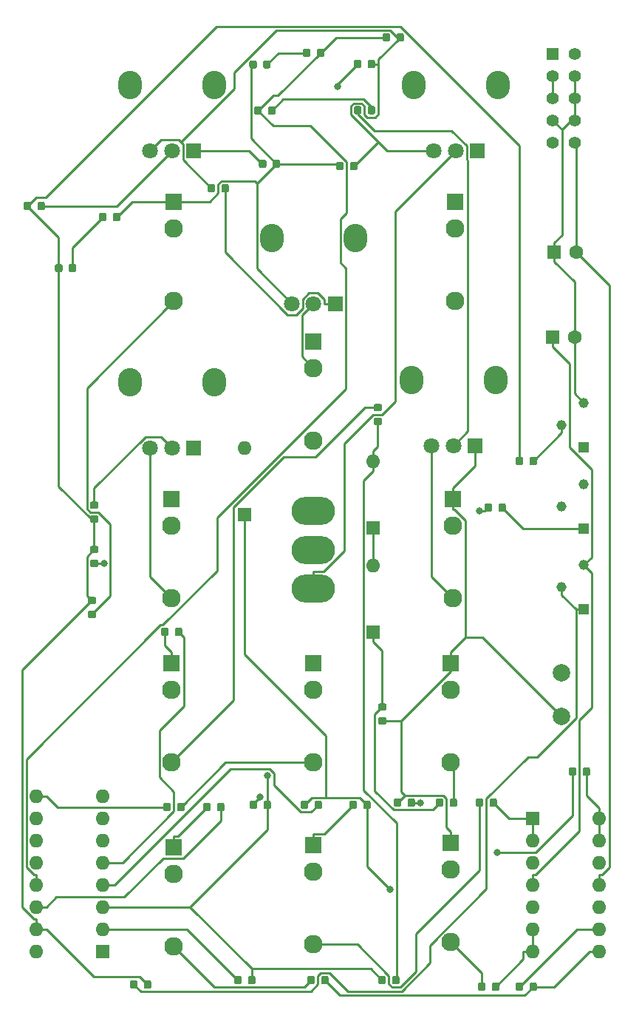
<source format=gbr>
G04 #@! TF.GenerationSoftware,KiCad,Pcbnew,5.1.8*
G04 #@! TF.CreationDate,2020-12-03T15:53:58+01:00*
G04 #@! TF.ProjectId,AS3340-VCO,41533333-3430-42d5-9643-4f2e6b696361,1*
G04 #@! TF.SameCoordinates,Original*
G04 #@! TF.FileFunction,Copper,L1,Top*
G04 #@! TF.FilePolarity,Positive*
%FSLAX46Y46*%
G04 Gerber Fmt 4.6, Leading zero omitted, Abs format (unit mm)*
G04 Created by KiCad (PCBNEW 5.1.8) date 2020-12-03 15:53:58*
%MOMM*%
%LPD*%
G01*
G04 APERTURE LIST*
G04 #@! TA.AperFunction,ComponentPad*
%ADD10O,1.600000X1.600000*%
G04 #@! TD*
G04 #@! TA.AperFunction,ComponentPad*
%ADD11R,1.600000X1.600000*%
G04 #@! TD*
G04 #@! TA.AperFunction,ComponentPad*
%ADD12C,1.168000*%
G04 #@! TD*
G04 #@! TA.AperFunction,ComponentPad*
%ADD13R,1.168000X1.168000*%
G04 #@! TD*
G04 #@! TA.AperFunction,ComponentPad*
%ADD14C,2.000000*%
G04 #@! TD*
G04 #@! TA.AperFunction,ComponentPad*
%ADD15C,1.398000*%
G04 #@! TD*
G04 #@! TA.AperFunction,ComponentPad*
%ADD16R,1.398000X1.398000*%
G04 #@! TD*
G04 #@! TA.AperFunction,ComponentPad*
%ADD17C,1.600000*%
G04 #@! TD*
G04 #@! TA.AperFunction,ComponentPad*
%ADD18O,5.000000X3.200000*%
G04 #@! TD*
G04 #@! TA.AperFunction,ComponentPad*
%ADD19O,2.720000X3.240000*%
G04 #@! TD*
G04 #@! TA.AperFunction,ComponentPad*
%ADD20C,1.800000*%
G04 #@! TD*
G04 #@! TA.AperFunction,ComponentPad*
%ADD21R,1.800000X1.800000*%
G04 #@! TD*
G04 #@! TA.AperFunction,ComponentPad*
%ADD22C,2.130000*%
G04 #@! TD*
G04 #@! TA.AperFunction,ComponentPad*
%ADD23R,1.930000X1.830000*%
G04 #@! TD*
G04 #@! TA.AperFunction,ViaPad*
%ADD24C,0.800000*%
G04 #@! TD*
G04 #@! TA.AperFunction,Conductor*
%ADD25C,0.250000*%
G04 #@! TD*
G04 APERTURE END LIST*
G04 #@! TA.AperFunction,SMDPad,CuDef*
G36*
G01*
X120652250Y-99726000D02*
X120139750Y-99726000D01*
G75*
G02*
X119921000Y-99507250I0J218750D01*
G01*
X119921000Y-99069750D01*
G75*
G02*
X120139750Y-98851000I218750J0D01*
G01*
X120652250Y-98851000D01*
G75*
G02*
X120871000Y-99069750I0J-218750D01*
G01*
X120871000Y-99507250D01*
G75*
G02*
X120652250Y-99726000I-218750J0D01*
G01*
G37*
G04 #@! TD.AperFunction*
G04 #@! TA.AperFunction,SMDPad,CuDef*
G36*
G01*
X120652250Y-101301000D02*
X120139750Y-101301000D01*
G75*
G02*
X119921000Y-101082250I0J218750D01*
G01*
X119921000Y-100644750D01*
G75*
G02*
X120139750Y-100426000I218750J0D01*
G01*
X120652250Y-100426000D01*
G75*
G02*
X120871000Y-100644750I0J-218750D01*
G01*
X120871000Y-101082250D01*
G75*
G02*
X120652250Y-101301000I-218750J0D01*
G01*
G37*
G04 #@! TD.AperFunction*
D10*
X137922000Y-81788000D03*
D11*
X137922000Y-89408000D03*
D10*
X152654000Y-95250000D03*
D11*
X152654000Y-102870000D03*
D10*
X152654000Y-83312000D03*
D11*
X152654000Y-90932000D03*
D12*
X174244000Y-79185000D03*
X176784000Y-76645000D03*
D13*
X176784000Y-81725000D03*
D12*
X174244000Y-88485000D03*
X176784000Y-85945000D03*
D13*
X176784000Y-91025000D03*
D12*
X174244000Y-97780000D03*
X176784000Y-95240000D03*
D13*
X176784000Y-100320000D03*
D14*
X174200000Y-107540000D03*
X174200000Y-112540000D03*
G04 #@! TA.AperFunction,SMDPad,CuDef*
G36*
G01*
X149956000Y-49786250D02*
X149956000Y-49273750D01*
G75*
G02*
X150174750Y-49055000I218750J0D01*
G01*
X150612250Y-49055000D01*
G75*
G02*
X150831000Y-49273750I0J-218750D01*
G01*
X150831000Y-49786250D01*
G75*
G02*
X150612250Y-50005000I-218750J0D01*
G01*
X150174750Y-50005000D01*
G75*
G02*
X149956000Y-49786250I0J218750D01*
G01*
G37*
G04 #@! TD.AperFunction*
G04 #@! TA.AperFunction,SMDPad,CuDef*
G36*
G01*
X148381000Y-49786250D02*
X148381000Y-49273750D01*
G75*
G02*
X148599750Y-49055000I218750J0D01*
G01*
X149037250Y-49055000D01*
G75*
G02*
X149256000Y-49273750I0J-218750D01*
G01*
X149256000Y-49786250D01*
G75*
G02*
X149037250Y-50005000I-218750J0D01*
G01*
X148599750Y-50005000D01*
G75*
G02*
X148381000Y-49786250I0J218750D01*
G01*
G37*
G04 #@! TD.AperFunction*
G04 #@! TA.AperFunction,SMDPad,CuDef*
G36*
G01*
X141092000Y-49532250D02*
X141092000Y-49019750D01*
G75*
G02*
X141310750Y-48801000I218750J0D01*
G01*
X141748250Y-48801000D01*
G75*
G02*
X141967000Y-49019750I0J-218750D01*
G01*
X141967000Y-49532250D01*
G75*
G02*
X141748250Y-49751000I-218750J0D01*
G01*
X141310750Y-49751000D01*
G75*
G02*
X141092000Y-49532250I0J218750D01*
G01*
G37*
G04 #@! TD.AperFunction*
G04 #@! TA.AperFunction,SMDPad,CuDef*
G36*
G01*
X139517000Y-49532250D02*
X139517000Y-49019750D01*
G75*
G02*
X139735750Y-48801000I218750J0D01*
G01*
X140173250Y-48801000D01*
G75*
G02*
X140392000Y-49019750I0J-218750D01*
G01*
X140392000Y-49532250D01*
G75*
G02*
X140173250Y-49751000I-218750J0D01*
G01*
X139735750Y-49751000D01*
G75*
G02*
X139517000Y-49532250I0J218750D01*
G01*
G37*
G04 #@! TD.AperFunction*
G04 #@! TA.AperFunction,SMDPad,CuDef*
G36*
G01*
X130144000Y-123192250D02*
X130144000Y-122679750D01*
G75*
G02*
X130362750Y-122461000I218750J0D01*
G01*
X130800250Y-122461000D01*
G75*
G02*
X131019000Y-122679750I0J-218750D01*
G01*
X131019000Y-123192250D01*
G75*
G02*
X130800250Y-123411000I-218750J0D01*
G01*
X130362750Y-123411000D01*
G75*
G02*
X130144000Y-123192250I0J218750D01*
G01*
G37*
G04 #@! TD.AperFunction*
G04 #@! TA.AperFunction,SMDPad,CuDef*
G36*
G01*
X128569000Y-123192250D02*
X128569000Y-122679750D01*
G75*
G02*
X128787750Y-122461000I218750J0D01*
G01*
X129225250Y-122461000D01*
G75*
G02*
X129444000Y-122679750I0J-218750D01*
G01*
X129444000Y-123192250D01*
G75*
G02*
X129225250Y-123411000I-218750J0D01*
G01*
X128787750Y-123411000D01*
G75*
G02*
X128569000Y-123192250I0J218750D01*
G01*
G37*
G04 #@! TD.AperFunction*
G04 #@! TA.AperFunction,SMDPad,CuDef*
G36*
G01*
X140003000Y-38150250D02*
X140003000Y-37637750D01*
G75*
G02*
X140221750Y-37419000I218750J0D01*
G01*
X140659250Y-37419000D01*
G75*
G02*
X140878000Y-37637750I0J-218750D01*
G01*
X140878000Y-38150250D01*
G75*
G02*
X140659250Y-38369000I-218750J0D01*
G01*
X140221750Y-38369000D01*
G75*
G02*
X140003000Y-38150250I0J218750D01*
G01*
G37*
G04 #@! TD.AperFunction*
G04 #@! TA.AperFunction,SMDPad,CuDef*
G36*
G01*
X138428000Y-38150250D02*
X138428000Y-37637750D01*
G75*
G02*
X138646750Y-37419000I218750J0D01*
G01*
X139084250Y-37419000D01*
G75*
G02*
X139303000Y-37637750I0J-218750D01*
G01*
X139303000Y-38150250D01*
G75*
G02*
X139084250Y-38369000I-218750J0D01*
G01*
X138646750Y-38369000D01*
G75*
G02*
X138428000Y-38150250I0J218750D01*
G01*
G37*
G04 #@! TD.AperFunction*
G04 #@! TA.AperFunction,SMDPad,CuDef*
G36*
G01*
X151991000Y-43389250D02*
X151991000Y-42876750D01*
G75*
G02*
X152209750Y-42658000I218750J0D01*
G01*
X152647250Y-42658000D01*
G75*
G02*
X152866000Y-42876750I0J-218750D01*
G01*
X152866000Y-43389250D01*
G75*
G02*
X152647250Y-43608000I-218750J0D01*
G01*
X152209750Y-43608000D01*
G75*
G02*
X151991000Y-43389250I0J218750D01*
G01*
G37*
G04 #@! TD.AperFunction*
G04 #@! TA.AperFunction,SMDPad,CuDef*
G36*
G01*
X150416000Y-43389250D02*
X150416000Y-42876750D01*
G75*
G02*
X150634750Y-42658000I218750J0D01*
G01*
X151072250Y-42658000D01*
G75*
G02*
X151291000Y-42876750I0J-218750D01*
G01*
X151291000Y-43389250D01*
G75*
G02*
X151072250Y-43608000I-218750J0D01*
G01*
X150634750Y-43608000D01*
G75*
G02*
X150416000Y-43389250I0J218750D01*
G01*
G37*
G04 #@! TD.AperFunction*
G04 #@! TA.AperFunction,SMDPad,CuDef*
G36*
G01*
X161386000Y-122684250D02*
X161386000Y-122171750D01*
G75*
G02*
X161604750Y-121953000I218750J0D01*
G01*
X162042250Y-121953000D01*
G75*
G02*
X162261000Y-122171750I0J-218750D01*
G01*
X162261000Y-122684250D01*
G75*
G02*
X162042250Y-122903000I-218750J0D01*
G01*
X161604750Y-122903000D01*
G75*
G02*
X161386000Y-122684250I0J218750D01*
G01*
G37*
G04 #@! TD.AperFunction*
G04 #@! TA.AperFunction,SMDPad,CuDef*
G36*
G01*
X159811000Y-122684250D02*
X159811000Y-122171750D01*
G75*
G02*
X160029750Y-121953000I218750J0D01*
G01*
X160467250Y-121953000D01*
G75*
G02*
X160686000Y-122171750I0J-218750D01*
G01*
X160686000Y-122684250D01*
G75*
G02*
X160467250Y-122903000I-218750J0D01*
G01*
X160029750Y-122903000D01*
G75*
G02*
X159811000Y-122684250I0J218750D01*
G01*
G37*
G04 #@! TD.AperFunction*
G04 #@! TA.AperFunction,SMDPad,CuDef*
G36*
G01*
X153418250Y-77628000D02*
X152905750Y-77628000D01*
G75*
G02*
X152687000Y-77409250I0J218750D01*
G01*
X152687000Y-76971750D01*
G75*
G02*
X152905750Y-76753000I218750J0D01*
G01*
X153418250Y-76753000D01*
G75*
G02*
X153637000Y-76971750I0J-218750D01*
G01*
X153637000Y-77409250D01*
G75*
G02*
X153418250Y-77628000I-218750J0D01*
G01*
G37*
G04 #@! TD.AperFunction*
G04 #@! TA.AperFunction,SMDPad,CuDef*
G36*
G01*
X153418250Y-79203000D02*
X152905750Y-79203000D01*
G75*
G02*
X152687000Y-78984250I0J218750D01*
G01*
X152687000Y-78546750D01*
G75*
G02*
X152905750Y-78328000I218750J0D01*
G01*
X153418250Y-78328000D01*
G75*
G02*
X153637000Y-78546750I0J-218750D01*
G01*
X153637000Y-78984250D01*
G75*
G02*
X153418250Y-79203000I-218750J0D01*
G01*
G37*
G04 #@! TD.AperFunction*
G04 #@! TA.AperFunction,SMDPad,CuDef*
G36*
G01*
X122078000Y-55115750D02*
X122078000Y-55628250D01*
G75*
G02*
X121859250Y-55847000I-218750J0D01*
G01*
X121421750Y-55847000D01*
G75*
G02*
X121203000Y-55628250I0J218750D01*
G01*
X121203000Y-55115750D01*
G75*
G02*
X121421750Y-54897000I218750J0D01*
G01*
X121859250Y-54897000D01*
G75*
G02*
X122078000Y-55115750I0J-218750D01*
G01*
G37*
G04 #@! TD.AperFunction*
G04 #@! TA.AperFunction,SMDPad,CuDef*
G36*
G01*
X123653000Y-55115750D02*
X123653000Y-55628250D01*
G75*
G02*
X123434250Y-55847000I-218750J0D01*
G01*
X122996750Y-55847000D01*
G75*
G02*
X122778000Y-55628250I0J218750D01*
G01*
X122778000Y-55115750D01*
G75*
G02*
X122996750Y-54897000I218750J0D01*
G01*
X123434250Y-54897000D01*
G75*
G02*
X123653000Y-55115750I0J-218750D01*
G01*
G37*
G04 #@! TD.AperFunction*
G04 #@! TA.AperFunction,SMDPad,CuDef*
G36*
G01*
X151988000Y-38102250D02*
X151988000Y-37589750D01*
G75*
G02*
X152206750Y-37371000I218750J0D01*
G01*
X152644250Y-37371000D01*
G75*
G02*
X152863000Y-37589750I0J-218750D01*
G01*
X152863000Y-38102250D01*
G75*
G02*
X152644250Y-38321000I-218750J0D01*
G01*
X152206750Y-38321000D01*
G75*
G02*
X151988000Y-38102250I0J218750D01*
G01*
G37*
G04 #@! TD.AperFunction*
G04 #@! TA.AperFunction,SMDPad,CuDef*
G36*
G01*
X150413000Y-38102250D02*
X150413000Y-37589750D01*
G75*
G02*
X150631750Y-37371000I218750J0D01*
G01*
X151069250Y-37371000D01*
G75*
G02*
X151288000Y-37589750I0J-218750D01*
G01*
X151288000Y-38102250D01*
G75*
G02*
X151069250Y-38321000I-218750J0D01*
G01*
X150631750Y-38321000D01*
G75*
G02*
X150413000Y-38102250I0J218750D01*
G01*
G37*
G04 #@! TD.AperFunction*
G04 #@! TA.AperFunction,SMDPad,CuDef*
G36*
G01*
X166212000Y-143766250D02*
X166212000Y-143253750D01*
G75*
G02*
X166430750Y-143035000I218750J0D01*
G01*
X166868250Y-143035000D01*
G75*
G02*
X167087000Y-143253750I0J-218750D01*
G01*
X167087000Y-143766250D01*
G75*
G02*
X166868250Y-143985000I-218750J0D01*
G01*
X166430750Y-143985000D01*
G75*
G02*
X166212000Y-143766250I0J218750D01*
G01*
G37*
G04 #@! TD.AperFunction*
G04 #@! TA.AperFunction,SMDPad,CuDef*
G36*
G01*
X164637000Y-143766250D02*
X164637000Y-143253750D01*
G75*
G02*
X164855750Y-143035000I218750J0D01*
G01*
X165293250Y-143035000D01*
G75*
G02*
X165512000Y-143253750I0J-218750D01*
G01*
X165512000Y-143766250D01*
G75*
G02*
X165293250Y-143985000I-218750J0D01*
G01*
X164855750Y-143985000D01*
G75*
G02*
X164637000Y-143766250I0J218750D01*
G01*
G37*
G04 #@! TD.AperFunction*
G04 #@! TA.AperFunction,SMDPad,CuDef*
G36*
G01*
X146654000Y-143004250D02*
X146654000Y-142491750D01*
G75*
G02*
X146872750Y-142273000I218750J0D01*
G01*
X147310250Y-142273000D01*
G75*
G02*
X147529000Y-142491750I0J-218750D01*
G01*
X147529000Y-143004250D01*
G75*
G02*
X147310250Y-143223000I-218750J0D01*
G01*
X146872750Y-143223000D01*
G75*
G02*
X146654000Y-143004250I0J218750D01*
G01*
G37*
G04 #@! TD.AperFunction*
G04 #@! TA.AperFunction,SMDPad,CuDef*
G36*
G01*
X145079000Y-143004250D02*
X145079000Y-142491750D01*
G75*
G02*
X145297750Y-142273000I218750J0D01*
G01*
X145735250Y-142273000D01*
G75*
G02*
X145954000Y-142491750I0J-218750D01*
G01*
X145954000Y-143004250D01*
G75*
G02*
X145735250Y-143223000I-218750J0D01*
G01*
X145297750Y-143223000D01*
G75*
G02*
X145079000Y-143004250I0J218750D01*
G01*
G37*
G04 #@! TD.AperFunction*
G04 #@! TA.AperFunction,SMDPad,CuDef*
G36*
G01*
X165958000Y-122684250D02*
X165958000Y-122171750D01*
G75*
G02*
X166176750Y-121953000I218750J0D01*
G01*
X166614250Y-121953000D01*
G75*
G02*
X166833000Y-122171750I0J-218750D01*
G01*
X166833000Y-122684250D01*
G75*
G02*
X166614250Y-122903000I-218750J0D01*
G01*
X166176750Y-122903000D01*
G75*
G02*
X165958000Y-122684250I0J218750D01*
G01*
G37*
G04 #@! TD.AperFunction*
G04 #@! TA.AperFunction,SMDPad,CuDef*
G36*
G01*
X164383000Y-122684250D02*
X164383000Y-122171750D01*
G75*
G02*
X164601750Y-121953000I218750J0D01*
G01*
X165039250Y-121953000D01*
G75*
G02*
X165258000Y-122171750I0J-218750D01*
G01*
X165258000Y-122684250D01*
G75*
G02*
X165039250Y-122903000I-218750J0D01*
G01*
X164601750Y-122903000D01*
G75*
G02*
X164383000Y-122684250I0J218750D01*
G01*
G37*
G04 #@! TD.AperFunction*
G04 #@! TA.AperFunction,SMDPad,CuDef*
G36*
G01*
X170530000Y-143766250D02*
X170530000Y-143253750D01*
G75*
G02*
X170748750Y-143035000I218750J0D01*
G01*
X171186250Y-143035000D01*
G75*
G02*
X171405000Y-143253750I0J-218750D01*
G01*
X171405000Y-143766250D01*
G75*
G02*
X171186250Y-143985000I-218750J0D01*
G01*
X170748750Y-143985000D01*
G75*
G02*
X170530000Y-143766250I0J218750D01*
G01*
G37*
G04 #@! TD.AperFunction*
G04 #@! TA.AperFunction,SMDPad,CuDef*
G36*
G01*
X168955000Y-143766250D02*
X168955000Y-143253750D01*
G75*
G02*
X169173750Y-143035000I218750J0D01*
G01*
X169611250Y-143035000D01*
G75*
G02*
X169830000Y-143253750I0J-218750D01*
G01*
X169830000Y-143766250D01*
G75*
G02*
X169611250Y-143985000I-218750J0D01*
G01*
X169173750Y-143985000D01*
G75*
G02*
X168955000Y-143766250I0J218750D01*
G01*
G37*
G04 #@! TD.AperFunction*
G04 #@! TA.AperFunction,SMDPad,CuDef*
G36*
G01*
X156560000Y-122684250D02*
X156560000Y-122171750D01*
G75*
G02*
X156778750Y-121953000I218750J0D01*
G01*
X157216250Y-121953000D01*
G75*
G02*
X157435000Y-122171750I0J-218750D01*
G01*
X157435000Y-122684250D01*
G75*
G02*
X157216250Y-122903000I-218750J0D01*
G01*
X156778750Y-122903000D01*
G75*
G02*
X156560000Y-122684250I0J218750D01*
G01*
G37*
G04 #@! TD.AperFunction*
G04 #@! TA.AperFunction,SMDPad,CuDef*
G36*
G01*
X154985000Y-122684250D02*
X154985000Y-122171750D01*
G75*
G02*
X155203750Y-121953000I218750J0D01*
G01*
X155641250Y-121953000D01*
G75*
G02*
X155860000Y-122171750I0J-218750D01*
G01*
X155860000Y-122684250D01*
G75*
G02*
X155641250Y-122903000I-218750J0D01*
G01*
X155203750Y-122903000D01*
G75*
G02*
X154985000Y-122684250I0J218750D01*
G01*
G37*
G04 #@! TD.AperFunction*
G04 #@! TA.AperFunction,SMDPad,CuDef*
G36*
G01*
X151480000Y-122938250D02*
X151480000Y-122425750D01*
G75*
G02*
X151698750Y-122207000I218750J0D01*
G01*
X152136250Y-122207000D01*
G75*
G02*
X152355000Y-122425750I0J-218750D01*
G01*
X152355000Y-122938250D01*
G75*
G02*
X152136250Y-123157000I-218750J0D01*
G01*
X151698750Y-123157000D01*
G75*
G02*
X151480000Y-122938250I0J218750D01*
G01*
G37*
G04 #@! TD.AperFunction*
G04 #@! TA.AperFunction,SMDPad,CuDef*
G36*
G01*
X149905000Y-122938250D02*
X149905000Y-122425750D01*
G75*
G02*
X150123750Y-122207000I218750J0D01*
G01*
X150561250Y-122207000D01*
G75*
G02*
X150780000Y-122425750I0J-218750D01*
G01*
X150780000Y-122938250D01*
G75*
G02*
X150561250Y-123157000I-218750J0D01*
G01*
X150123750Y-123157000D01*
G75*
G02*
X149905000Y-122938250I0J218750D01*
G01*
G37*
G04 #@! TD.AperFunction*
G04 #@! TA.AperFunction,SMDPad,CuDef*
G36*
G01*
X145892000Y-122938250D02*
X145892000Y-122425750D01*
G75*
G02*
X146110750Y-122207000I218750J0D01*
G01*
X146548250Y-122207000D01*
G75*
G02*
X146767000Y-122425750I0J-218750D01*
G01*
X146767000Y-122938250D01*
G75*
G02*
X146548250Y-123157000I-218750J0D01*
G01*
X146110750Y-123157000D01*
G75*
G02*
X145892000Y-122938250I0J218750D01*
G01*
G37*
G04 #@! TD.AperFunction*
G04 #@! TA.AperFunction,SMDPad,CuDef*
G36*
G01*
X144317000Y-122938250D02*
X144317000Y-122425750D01*
G75*
G02*
X144535750Y-122207000I218750J0D01*
G01*
X144973250Y-122207000D01*
G75*
G02*
X145192000Y-122425750I0J-218750D01*
G01*
X145192000Y-122938250D01*
G75*
G02*
X144973250Y-123157000I-218750J0D01*
G01*
X144535750Y-123157000D01*
G75*
G02*
X144317000Y-122938250I0J218750D01*
G01*
G37*
G04 #@! TD.AperFunction*
G04 #@! TA.AperFunction,SMDPad,CuDef*
G36*
G01*
X140050000Y-122938250D02*
X140050000Y-122425750D01*
G75*
G02*
X140268750Y-122207000I218750J0D01*
G01*
X140706250Y-122207000D01*
G75*
G02*
X140925000Y-122425750I0J-218750D01*
G01*
X140925000Y-122938250D01*
G75*
G02*
X140706250Y-123157000I-218750J0D01*
G01*
X140268750Y-123157000D01*
G75*
G02*
X140050000Y-122938250I0J218750D01*
G01*
G37*
G04 #@! TD.AperFunction*
G04 #@! TA.AperFunction,SMDPad,CuDef*
G36*
G01*
X138475000Y-122938250D02*
X138475000Y-122425750D01*
G75*
G02*
X138693750Y-122207000I218750J0D01*
G01*
X139131250Y-122207000D01*
G75*
G02*
X139350000Y-122425750I0J-218750D01*
G01*
X139350000Y-122938250D01*
G75*
G02*
X139131250Y-123157000I-218750J0D01*
G01*
X138693750Y-123157000D01*
G75*
G02*
X138475000Y-122938250I0J218750D01*
G01*
G37*
G04 #@! TD.AperFunction*
G04 #@! TA.AperFunction,SMDPad,CuDef*
G36*
G01*
X134716000Y-123192250D02*
X134716000Y-122679750D01*
G75*
G02*
X134934750Y-122461000I218750J0D01*
G01*
X135372250Y-122461000D01*
G75*
G02*
X135591000Y-122679750I0J-218750D01*
G01*
X135591000Y-123192250D01*
G75*
G02*
X135372250Y-123411000I-218750J0D01*
G01*
X134934750Y-123411000D01*
G75*
G02*
X134716000Y-123192250I0J218750D01*
G01*
G37*
G04 #@! TD.AperFunction*
G04 #@! TA.AperFunction,SMDPad,CuDef*
G36*
G01*
X133141000Y-123192250D02*
X133141000Y-122679750D01*
G75*
G02*
X133359750Y-122461000I218750J0D01*
G01*
X133797250Y-122461000D01*
G75*
G02*
X134016000Y-122679750I0J-218750D01*
G01*
X134016000Y-123192250D01*
G75*
G02*
X133797250Y-123411000I-218750J0D01*
G01*
X133359750Y-123411000D01*
G75*
G02*
X133141000Y-123192250I0J218750D01*
G01*
G37*
G04 #@! TD.AperFunction*
G04 #@! TA.AperFunction,SMDPad,CuDef*
G36*
G01*
X170530000Y-83568250D02*
X170530000Y-83055750D01*
G75*
G02*
X170748750Y-82837000I218750J0D01*
G01*
X171186250Y-82837000D01*
G75*
G02*
X171405000Y-83055750I0J-218750D01*
G01*
X171405000Y-83568250D01*
G75*
G02*
X171186250Y-83787000I-218750J0D01*
G01*
X170748750Y-83787000D01*
G75*
G02*
X170530000Y-83568250I0J218750D01*
G01*
G37*
G04 #@! TD.AperFunction*
G04 #@! TA.AperFunction,SMDPad,CuDef*
G36*
G01*
X168955000Y-83568250D02*
X168955000Y-83055750D01*
G75*
G02*
X169173750Y-82837000I218750J0D01*
G01*
X169611250Y-82837000D01*
G75*
G02*
X169830000Y-83055750I0J-218750D01*
G01*
X169830000Y-83568250D01*
G75*
G02*
X169611250Y-83787000I-218750J0D01*
G01*
X169173750Y-83787000D01*
G75*
G02*
X168955000Y-83568250I0J218750D01*
G01*
G37*
G04 #@! TD.AperFunction*
G04 #@! TA.AperFunction,SMDPad,CuDef*
G36*
G01*
X146146000Y-36832250D02*
X146146000Y-36319750D01*
G75*
G02*
X146364750Y-36101000I218750J0D01*
G01*
X146802250Y-36101000D01*
G75*
G02*
X147021000Y-36319750I0J-218750D01*
G01*
X147021000Y-36832250D01*
G75*
G02*
X146802250Y-37051000I-218750J0D01*
G01*
X146364750Y-37051000D01*
G75*
G02*
X146146000Y-36832250I0J218750D01*
G01*
G37*
G04 #@! TD.AperFunction*
G04 #@! TA.AperFunction,SMDPad,CuDef*
G36*
G01*
X144571000Y-36832250D02*
X144571000Y-36319750D01*
G75*
G02*
X144789750Y-36101000I218750J0D01*
G01*
X145227250Y-36101000D01*
G75*
G02*
X145446000Y-36319750I0J-218750D01*
G01*
X145446000Y-36832250D01*
G75*
G02*
X145227250Y-37051000I-218750J0D01*
G01*
X144789750Y-37051000D01*
G75*
G02*
X144571000Y-36832250I0J218750D01*
G01*
G37*
G04 #@! TD.AperFunction*
G04 #@! TA.AperFunction,SMDPad,CuDef*
G36*
G01*
X139858000Y-42923750D02*
X139858000Y-43436250D01*
G75*
G02*
X139639250Y-43655000I-218750J0D01*
G01*
X139201750Y-43655000D01*
G75*
G02*
X138983000Y-43436250I0J218750D01*
G01*
X138983000Y-42923750D01*
G75*
G02*
X139201750Y-42705000I218750J0D01*
G01*
X139639250Y-42705000D01*
G75*
G02*
X139858000Y-42923750I0J-218750D01*
G01*
G37*
G04 #@! TD.AperFunction*
G04 #@! TA.AperFunction,SMDPad,CuDef*
G36*
G01*
X141433000Y-42923750D02*
X141433000Y-43436250D01*
G75*
G02*
X141214250Y-43655000I-218750J0D01*
G01*
X140776750Y-43655000D01*
G75*
G02*
X140558000Y-43436250I0J218750D01*
G01*
X140558000Y-42923750D01*
G75*
G02*
X140776750Y-42705000I218750J0D01*
G01*
X141214250Y-42705000D01*
G75*
G02*
X141433000Y-42923750I0J-218750D01*
G01*
G37*
G04 #@! TD.AperFunction*
G04 #@! TA.AperFunction,SMDPad,CuDef*
G36*
G01*
X154590000Y-34541750D02*
X154590000Y-35054250D01*
G75*
G02*
X154371250Y-35273000I-218750J0D01*
G01*
X153933750Y-35273000D01*
G75*
G02*
X153715000Y-35054250I0J218750D01*
G01*
X153715000Y-34541750D01*
G75*
G02*
X153933750Y-34323000I218750J0D01*
G01*
X154371250Y-34323000D01*
G75*
G02*
X154590000Y-34541750I0J-218750D01*
G01*
G37*
G04 #@! TD.AperFunction*
G04 #@! TA.AperFunction,SMDPad,CuDef*
G36*
G01*
X156165000Y-34541750D02*
X156165000Y-35054250D01*
G75*
G02*
X155946250Y-35273000I-218750J0D01*
G01*
X155508750Y-35273000D01*
G75*
G02*
X155290000Y-35054250I0J218750D01*
G01*
X155290000Y-34541750D01*
G75*
G02*
X155508750Y-34323000I218750J0D01*
G01*
X155946250Y-34323000D01*
G75*
G02*
X156165000Y-34541750I0J-218750D01*
G01*
G37*
G04 #@! TD.AperFunction*
G04 #@! TA.AperFunction,SMDPad,CuDef*
G36*
G01*
X137572000Y-142491750D02*
X137572000Y-143004250D01*
G75*
G02*
X137353250Y-143223000I-218750J0D01*
G01*
X136915750Y-143223000D01*
G75*
G02*
X136697000Y-143004250I0J218750D01*
G01*
X136697000Y-142491750D01*
G75*
G02*
X136915750Y-142273000I218750J0D01*
G01*
X137353250Y-142273000D01*
G75*
G02*
X137572000Y-142491750I0J-218750D01*
G01*
G37*
G04 #@! TD.AperFunction*
G04 #@! TA.AperFunction,SMDPad,CuDef*
G36*
G01*
X139147000Y-142491750D02*
X139147000Y-143004250D01*
G75*
G02*
X138928250Y-143223000I-218750J0D01*
G01*
X138490750Y-143223000D01*
G75*
G02*
X138272000Y-143004250I0J218750D01*
G01*
X138272000Y-142491750D01*
G75*
G02*
X138490750Y-142273000I218750J0D01*
G01*
X138928250Y-142273000D01*
G75*
G02*
X139147000Y-142491750I0J-218750D01*
G01*
G37*
G04 #@! TD.AperFunction*
G04 #@! TA.AperFunction,SMDPad,CuDef*
G36*
G01*
X166974000Y-88902250D02*
X166974000Y-88389750D01*
G75*
G02*
X167192750Y-88171000I218750J0D01*
G01*
X167630250Y-88171000D01*
G75*
G02*
X167849000Y-88389750I0J-218750D01*
G01*
X167849000Y-88902250D01*
G75*
G02*
X167630250Y-89121000I-218750J0D01*
G01*
X167192750Y-89121000D01*
G75*
G02*
X166974000Y-88902250I0J218750D01*
G01*
G37*
G04 #@! TD.AperFunction*
G04 #@! TA.AperFunction,SMDPad,CuDef*
G36*
G01*
X165399000Y-88902250D02*
X165399000Y-88389750D01*
G75*
G02*
X165617750Y-88171000I218750J0D01*
G01*
X166055250Y-88171000D01*
G75*
G02*
X166274000Y-88389750I0J-218750D01*
G01*
X166274000Y-88902250D01*
G75*
G02*
X166055250Y-89121000I-218750J0D01*
G01*
X165617750Y-89121000D01*
G75*
G02*
X165399000Y-88902250I0J218750D01*
G01*
G37*
G04 #@! TD.AperFunction*
G04 #@! TA.AperFunction,SMDPad,CuDef*
G36*
G01*
X129890000Y-103126250D02*
X129890000Y-102613750D01*
G75*
G02*
X130108750Y-102395000I218750J0D01*
G01*
X130546250Y-102395000D01*
G75*
G02*
X130765000Y-102613750I0J-218750D01*
G01*
X130765000Y-103126250D01*
G75*
G02*
X130546250Y-103345000I-218750J0D01*
G01*
X130108750Y-103345000D01*
G75*
G02*
X129890000Y-103126250I0J218750D01*
G01*
G37*
G04 #@! TD.AperFunction*
G04 #@! TA.AperFunction,SMDPad,CuDef*
G36*
G01*
X128315000Y-103126250D02*
X128315000Y-102613750D01*
G75*
G02*
X128533750Y-102395000I218750J0D01*
G01*
X128971250Y-102395000D01*
G75*
G02*
X129190000Y-102613750I0J-218750D01*
G01*
X129190000Y-103126250D01*
G75*
G02*
X128971250Y-103345000I-218750J0D01*
G01*
X128533750Y-103345000D01*
G75*
G02*
X128315000Y-103126250I0J218750D01*
G01*
G37*
G04 #@! TD.AperFunction*
G04 #@! TA.AperFunction,SMDPad,CuDef*
G36*
G01*
X176626000Y-119128250D02*
X176626000Y-118615750D01*
G75*
G02*
X176844750Y-118397000I218750J0D01*
G01*
X177282250Y-118397000D01*
G75*
G02*
X177501000Y-118615750I0J-218750D01*
G01*
X177501000Y-119128250D01*
G75*
G02*
X177282250Y-119347000I-218750J0D01*
G01*
X176844750Y-119347000D01*
G75*
G02*
X176626000Y-119128250I0J218750D01*
G01*
G37*
G04 #@! TD.AperFunction*
G04 #@! TA.AperFunction,SMDPad,CuDef*
G36*
G01*
X175051000Y-119128250D02*
X175051000Y-118615750D01*
G75*
G02*
X175269750Y-118397000I218750J0D01*
G01*
X175707250Y-118397000D01*
G75*
G02*
X175926000Y-118615750I0J-218750D01*
G01*
X175926000Y-119128250D01*
G75*
G02*
X175707250Y-119347000I-218750J0D01*
G01*
X175269750Y-119347000D01*
G75*
G02*
X175051000Y-119128250I0J218750D01*
G01*
G37*
G04 #@! TD.AperFunction*
G04 #@! TA.AperFunction,SMDPad,CuDef*
G36*
G01*
X153926250Y-111918000D02*
X153413750Y-111918000D01*
G75*
G02*
X153195000Y-111699250I0J218750D01*
G01*
X153195000Y-111261750D01*
G75*
G02*
X153413750Y-111043000I218750J0D01*
G01*
X153926250Y-111043000D01*
G75*
G02*
X154145000Y-111261750I0J-218750D01*
G01*
X154145000Y-111699250D01*
G75*
G02*
X153926250Y-111918000I-218750J0D01*
G01*
G37*
G04 #@! TD.AperFunction*
G04 #@! TA.AperFunction,SMDPad,CuDef*
G36*
G01*
X153926250Y-113493000D02*
X153413750Y-113493000D01*
G75*
G02*
X153195000Y-113274250I0J218750D01*
G01*
X153195000Y-112836750D01*
G75*
G02*
X153413750Y-112618000I218750J0D01*
G01*
X153926250Y-112618000D01*
G75*
G02*
X154145000Y-112836750I0J-218750D01*
G01*
X154145000Y-113274250D01*
G75*
G02*
X153926250Y-113493000I-218750J0D01*
G01*
G37*
G04 #@! TD.AperFunction*
G04 #@! TA.AperFunction,SMDPad,CuDef*
G36*
G01*
X154082000Y-142491750D02*
X154082000Y-143004250D01*
G75*
G02*
X153863250Y-143223000I-218750J0D01*
G01*
X153425750Y-143223000D01*
G75*
G02*
X153207000Y-143004250I0J218750D01*
G01*
X153207000Y-142491750D01*
G75*
G02*
X153425750Y-142273000I218750J0D01*
G01*
X153863250Y-142273000D01*
G75*
G02*
X154082000Y-142491750I0J-218750D01*
G01*
G37*
G04 #@! TD.AperFunction*
G04 #@! TA.AperFunction,SMDPad,CuDef*
G36*
G01*
X155657000Y-142491750D02*
X155657000Y-143004250D01*
G75*
G02*
X155438250Y-143223000I-218750J0D01*
G01*
X155000750Y-143223000D01*
G75*
G02*
X154782000Y-143004250I0J218750D01*
G01*
X154782000Y-142491750D01*
G75*
G02*
X155000750Y-142273000I218750J0D01*
G01*
X155438250Y-142273000D01*
G75*
G02*
X155657000Y-142491750I0J-218750D01*
G01*
G37*
G04 #@! TD.AperFunction*
G04 #@! TA.AperFunction,SMDPad,CuDef*
G36*
G01*
X135224000Y-52326250D02*
X135224000Y-51813750D01*
G75*
G02*
X135442750Y-51595000I218750J0D01*
G01*
X135880250Y-51595000D01*
G75*
G02*
X136099000Y-51813750I0J-218750D01*
G01*
X136099000Y-52326250D01*
G75*
G02*
X135880250Y-52545000I-218750J0D01*
G01*
X135442750Y-52545000D01*
G75*
G02*
X135224000Y-52326250I0J218750D01*
G01*
G37*
G04 #@! TD.AperFunction*
G04 #@! TA.AperFunction,SMDPad,CuDef*
G36*
G01*
X133649000Y-52326250D02*
X133649000Y-51813750D01*
G75*
G02*
X133867750Y-51595000I218750J0D01*
G01*
X134305250Y-51595000D01*
G75*
G02*
X134524000Y-51813750I0J-218750D01*
G01*
X134524000Y-52326250D01*
G75*
G02*
X134305250Y-52545000I-218750J0D01*
G01*
X133867750Y-52545000D01*
G75*
G02*
X133649000Y-52326250I0J218750D01*
G01*
G37*
G04 #@! TD.AperFunction*
G04 #@! TA.AperFunction,SMDPad,CuDef*
G36*
G01*
X117024000Y-60957750D02*
X117024000Y-61470250D01*
G75*
G02*
X116805250Y-61689000I-218750J0D01*
G01*
X116367750Y-61689000D01*
G75*
G02*
X116149000Y-61470250I0J218750D01*
G01*
X116149000Y-60957750D01*
G75*
G02*
X116367750Y-60739000I218750J0D01*
G01*
X116805250Y-60739000D01*
G75*
G02*
X117024000Y-60957750I0J-218750D01*
G01*
G37*
G04 #@! TD.AperFunction*
G04 #@! TA.AperFunction,SMDPad,CuDef*
G36*
G01*
X118599000Y-60957750D02*
X118599000Y-61470250D01*
G75*
G02*
X118380250Y-61689000I-218750J0D01*
G01*
X117942750Y-61689000D01*
G75*
G02*
X117724000Y-61470250I0J218750D01*
G01*
X117724000Y-60957750D01*
G75*
G02*
X117942750Y-60739000I218750J0D01*
G01*
X118380250Y-60739000D01*
G75*
G02*
X118599000Y-60957750I0J-218750D01*
G01*
G37*
G04 #@! TD.AperFunction*
G04 #@! TA.AperFunction,SMDPad,CuDef*
G36*
G01*
X113442000Y-53845750D02*
X113442000Y-54358250D01*
G75*
G02*
X113223250Y-54577000I-218750J0D01*
G01*
X112785750Y-54577000D01*
G75*
G02*
X112567000Y-54358250I0J218750D01*
G01*
X112567000Y-53845750D01*
G75*
G02*
X112785750Y-53627000I218750J0D01*
G01*
X113223250Y-53627000D01*
G75*
G02*
X113442000Y-53845750I0J-218750D01*
G01*
G37*
G04 #@! TD.AperFunction*
G04 #@! TA.AperFunction,SMDPad,CuDef*
G36*
G01*
X115017000Y-53845750D02*
X115017000Y-54358250D01*
G75*
G02*
X114798250Y-54577000I-218750J0D01*
G01*
X114360750Y-54577000D01*
G75*
G02*
X114142000Y-54358250I0J218750D01*
G01*
X114142000Y-53845750D01*
G75*
G02*
X114360750Y-53627000I218750J0D01*
G01*
X114798250Y-53627000D01*
G75*
G02*
X115017000Y-53845750I0J-218750D01*
G01*
G37*
G04 #@! TD.AperFunction*
G04 #@! TA.AperFunction,SMDPad,CuDef*
G36*
G01*
X120906250Y-93884000D02*
X120393750Y-93884000D01*
G75*
G02*
X120175000Y-93665250I0J218750D01*
G01*
X120175000Y-93227750D01*
G75*
G02*
X120393750Y-93009000I218750J0D01*
G01*
X120906250Y-93009000D01*
G75*
G02*
X121125000Y-93227750I0J-218750D01*
G01*
X121125000Y-93665250D01*
G75*
G02*
X120906250Y-93884000I-218750J0D01*
G01*
G37*
G04 #@! TD.AperFunction*
G04 #@! TA.AperFunction,SMDPad,CuDef*
G36*
G01*
X120906250Y-95459000D02*
X120393750Y-95459000D01*
G75*
G02*
X120175000Y-95240250I0J218750D01*
G01*
X120175000Y-94802750D01*
G75*
G02*
X120393750Y-94584000I218750J0D01*
G01*
X120906250Y-94584000D01*
G75*
G02*
X121125000Y-94802750I0J-218750D01*
G01*
X121125000Y-95240250D01*
G75*
G02*
X120906250Y-95459000I-218750J0D01*
G01*
G37*
G04 #@! TD.AperFunction*
G04 #@! TA.AperFunction,SMDPad,CuDef*
G36*
G01*
X120393750Y-89504000D02*
X120906250Y-89504000D01*
G75*
G02*
X121125000Y-89722750I0J-218750D01*
G01*
X121125000Y-90160250D01*
G75*
G02*
X120906250Y-90379000I-218750J0D01*
G01*
X120393750Y-90379000D01*
G75*
G02*
X120175000Y-90160250I0J218750D01*
G01*
X120175000Y-89722750D01*
G75*
G02*
X120393750Y-89504000I218750J0D01*
G01*
G37*
G04 #@! TD.AperFunction*
G04 #@! TA.AperFunction,SMDPad,CuDef*
G36*
G01*
X120393750Y-87929000D02*
X120906250Y-87929000D01*
G75*
G02*
X121125000Y-88147750I0J-218750D01*
G01*
X121125000Y-88585250D01*
G75*
G02*
X120906250Y-88804000I-218750J0D01*
G01*
X120393750Y-88804000D01*
G75*
G02*
X120175000Y-88585250I0J218750D01*
G01*
X120175000Y-88147750D01*
G75*
G02*
X120393750Y-87929000I218750J0D01*
G01*
G37*
G04 #@! TD.AperFunction*
G04 #@! TA.AperFunction,SMDPad,CuDef*
G36*
G01*
X126334000Y-143512250D02*
X126334000Y-142999750D01*
G75*
G02*
X126552750Y-142781000I218750J0D01*
G01*
X126990250Y-142781000D01*
G75*
G02*
X127209000Y-142999750I0J-218750D01*
G01*
X127209000Y-143512250D01*
G75*
G02*
X126990250Y-143731000I-218750J0D01*
G01*
X126552750Y-143731000D01*
G75*
G02*
X126334000Y-143512250I0J218750D01*
G01*
G37*
G04 #@! TD.AperFunction*
G04 #@! TA.AperFunction,SMDPad,CuDef*
G36*
G01*
X124759000Y-143512250D02*
X124759000Y-142999750D01*
G75*
G02*
X124977750Y-142781000I218750J0D01*
G01*
X125415250Y-142781000D01*
G75*
G02*
X125634000Y-142999750I0J-218750D01*
G01*
X125634000Y-143512250D01*
G75*
G02*
X125415250Y-143731000I-218750J0D01*
G01*
X124977750Y-143731000D01*
G75*
G02*
X124759000Y-143512250I0J218750D01*
G01*
G37*
G04 #@! TD.AperFunction*
D15*
X173180000Y-46830000D03*
X173180000Y-44290000D03*
X175720000Y-46830000D03*
X175720000Y-44290000D03*
D16*
X173180000Y-36670000D03*
D15*
X173180000Y-39210000D03*
X175720000Y-36670000D03*
X175720000Y-39210000D03*
X173180000Y-41750000D03*
X175720000Y-41750000D03*
D17*
X175700000Y-69080000D03*
D11*
X173200000Y-69080000D03*
D17*
X175900000Y-59380000D03*
D11*
X173400000Y-59380000D03*
D10*
X114046000Y-139446000D03*
X121666000Y-121666000D03*
X114046000Y-136906000D03*
X121666000Y-124206000D03*
X114046000Y-134366000D03*
X121666000Y-126746000D03*
X114046000Y-131826000D03*
X121666000Y-129286000D03*
X114046000Y-129286000D03*
X121666000Y-131826000D03*
X114046000Y-126746000D03*
X121666000Y-134366000D03*
X114046000Y-124206000D03*
X121666000Y-136906000D03*
X114046000Y-121666000D03*
D11*
X121666000Y-139446000D03*
D10*
X178562000Y-124206000D03*
X170942000Y-139446000D03*
X178562000Y-126746000D03*
X170942000Y-136906000D03*
X178562000Y-129286000D03*
X170942000Y-134366000D03*
X178562000Y-131826000D03*
X170942000Y-131826000D03*
X178562000Y-134366000D03*
X170942000Y-129286000D03*
X178562000Y-136906000D03*
X170942000Y-126746000D03*
X178562000Y-139446000D03*
D11*
X170942000Y-124206000D03*
D18*
X145796000Y-89022000D03*
X145796000Y-93472000D03*
X145796000Y-97922000D03*
D19*
X166638000Y-74034000D03*
X157038000Y-74034000D03*
D20*
X159338000Y-81534000D03*
X161838000Y-81534000D03*
D21*
X164338000Y-81534000D03*
D19*
X166892000Y-40252000D03*
X157292000Y-40252000D03*
D20*
X159592000Y-47752000D03*
X162092000Y-47752000D03*
D21*
X164592000Y-47752000D03*
D19*
X150596000Y-57778000D03*
X140996000Y-57778000D03*
D20*
X143296000Y-65278000D03*
X145796000Y-65278000D03*
D21*
X148296000Y-65278000D03*
D19*
X134380000Y-74288000D03*
X124780000Y-74288000D03*
D20*
X127080000Y-81788000D03*
X129580000Y-81788000D03*
D21*
X132080000Y-81788000D03*
D19*
X134380000Y-40252000D03*
X124780000Y-40252000D03*
D20*
X127080000Y-47752000D03*
X129580000Y-47752000D03*
D21*
X132080000Y-47752000D03*
D22*
X129794000Y-138908000D03*
D23*
X129794000Y-127508000D03*
D22*
X129794000Y-130608000D03*
X145796000Y-138654000D03*
D23*
X145796000Y-127254000D03*
D22*
X145796000Y-130354000D03*
X161544000Y-138400000D03*
D23*
X161544000Y-127000000D03*
D22*
X161544000Y-130100000D03*
X161798000Y-99030000D03*
D23*
X161798000Y-87630000D03*
D22*
X161798000Y-90730000D03*
X145796000Y-117826000D03*
D23*
X145796000Y-106426000D03*
D22*
X145796000Y-109526000D03*
X161544000Y-117826000D03*
D23*
X161544000Y-106426000D03*
D22*
X161544000Y-109526000D03*
X129540000Y-117826000D03*
D23*
X129540000Y-106426000D03*
D22*
X129540000Y-109526000D03*
X145796000Y-80996000D03*
D23*
X145796000Y-69596000D03*
D22*
X145796000Y-72696000D03*
X129540000Y-99030000D03*
D23*
X129540000Y-87630000D03*
D22*
X129540000Y-90730000D03*
X129794000Y-64994000D03*
D23*
X129794000Y-53594000D03*
D22*
X129794000Y-56694000D03*
X162052000Y-64994000D03*
D23*
X162052000Y-53594000D03*
D22*
X162052000Y-56694000D03*
D24*
X154559100Y-132343000D03*
X121763800Y-94987700D03*
X140517100Y-119358700D03*
X166850100Y-128099700D03*
X164768100Y-89039600D03*
X139681900Y-121807000D03*
X158050500Y-122481000D03*
X148544400Y-40389800D03*
D25*
X143296000Y-65278000D02*
X139307500Y-61289500D01*
X139307500Y-61289500D02*
X139307500Y-51498000D01*
X139307500Y-51498000D02*
X141529500Y-49276000D01*
X129794000Y-53594000D02*
X133878500Y-53594000D01*
X133878500Y-53594000D02*
X134874000Y-52598500D01*
X134874000Y-52598500D02*
X134874000Y-51590400D01*
X134874000Y-51590400D02*
X135230400Y-51234000D01*
X135230400Y-51234000D02*
X139043500Y-51234000D01*
X139043500Y-51234000D02*
X139307500Y-51498000D01*
X123215500Y-55372000D02*
X124993500Y-53594000D01*
X124993500Y-53594000D02*
X129794000Y-53594000D01*
X161798000Y-87630000D02*
X161798000Y-86389700D01*
X164338000Y-81534000D02*
X164338000Y-83849700D01*
X164338000Y-83849700D02*
X161798000Y-86389700D01*
X141529500Y-49276000D02*
X148564500Y-49276000D01*
X148564500Y-49276000D02*
X148818500Y-49530000D01*
X129794000Y-127508000D02*
X129794000Y-126267700D01*
X129794000Y-126267700D02*
X130246800Y-126267700D01*
X130246800Y-126267700D02*
X133578500Y-122936000D01*
X129540000Y-106426000D02*
X129540000Y-105185700D01*
X129540000Y-105185700D02*
X128752500Y-104398200D01*
X128752500Y-104398200D02*
X128752500Y-102870000D01*
X163201800Y-103527900D02*
X161544000Y-105185700D01*
X161798000Y-88870300D02*
X161953000Y-88870300D01*
X161953000Y-88870300D02*
X163201800Y-90119100D01*
X163201800Y-90119100D02*
X163201800Y-103527900D01*
X163201800Y-103527900D02*
X165187900Y-103527900D01*
X165187900Y-103527900D02*
X174200000Y-112540000D01*
X161798000Y-87630000D02*
X161798000Y-88870300D01*
X161544000Y-106426000D02*
X161544000Y-105185700D01*
X155844700Y-113055500D02*
X153670000Y-113055500D01*
X161544000Y-107356200D02*
X155844700Y-113055500D01*
X155844700Y-113055500D02*
X155844700Y-121171800D01*
X155844700Y-121171800D02*
X156261700Y-121588800D01*
X156261700Y-121588800D02*
X155422500Y-122428000D01*
X161544000Y-125759700D02*
X161036000Y-125251700D01*
X161036000Y-125251700D02*
X161036000Y-121970500D01*
X161036000Y-121970500D02*
X160654300Y-121588800D01*
X160654300Y-121588800D02*
X156261700Y-121588800D01*
X161544000Y-127000000D02*
X161544000Y-125759700D01*
X145796000Y-127254000D02*
X145796000Y-126013700D01*
X145796000Y-126013700D02*
X147010800Y-126013700D01*
X147010800Y-126013700D02*
X150342500Y-122682000D01*
X161544000Y-107046100D02*
X161544000Y-107356200D01*
X141529500Y-49276000D02*
X138606900Y-46353400D01*
X138606900Y-46353400D02*
X138606900Y-38152600D01*
X138606900Y-38152600D02*
X138865500Y-37894000D01*
X161544000Y-107046100D02*
X161544000Y-106426000D01*
X174253100Y-45363100D02*
X174253100Y-57401600D01*
X174253100Y-57401600D02*
X173400000Y-58254700D01*
X173180000Y-44290000D02*
X174253100Y-45363100D01*
X175720000Y-44290000D02*
X175326200Y-44290000D01*
X175326200Y-44290000D02*
X174253100Y-45363100D01*
X175720000Y-41750000D02*
X175720000Y-44290000D01*
X176784000Y-76645000D02*
X175700000Y-75561000D01*
X175700000Y-75561000D02*
X175700000Y-69080000D01*
X173400000Y-59380000D02*
X173400000Y-60505300D01*
X175700000Y-69080000D02*
X175700000Y-62805300D01*
X175700000Y-62805300D02*
X173400000Y-60505300D01*
X173400000Y-59380000D02*
X173400000Y-58254700D01*
X173180000Y-39210000D02*
X173180000Y-41750000D01*
X175720000Y-39210000D02*
X175720000Y-41750000D01*
X118161500Y-61214000D02*
X118161500Y-58851000D01*
X118161500Y-58851000D02*
X121640500Y-55372000D01*
X129540000Y-117826000D02*
X136639300Y-110726700D01*
X136639300Y-110726700D02*
X136639300Y-88584600D01*
X136639300Y-88584600D02*
X142390000Y-82833900D01*
X142390000Y-82833900D02*
X146004300Y-82833900D01*
X146004300Y-82833900D02*
X151647700Y-77190500D01*
X151647700Y-77190500D02*
X153162000Y-77190500D01*
X155219500Y-142748000D02*
X155284400Y-142683100D01*
X155284400Y-142683100D02*
X155284400Y-124772000D01*
X155284400Y-124772000D02*
X151528700Y-121016300D01*
X151528700Y-121016300D02*
X151528700Y-85562600D01*
X151528700Y-85562600D02*
X152654000Y-84437300D01*
X152654000Y-83312000D02*
X152654000Y-84437300D01*
X152654000Y-82749300D02*
X152654000Y-83312000D01*
X152654000Y-82749300D02*
X152654000Y-82186700D01*
X152654000Y-82186700D02*
X153162000Y-81678700D01*
X153162000Y-81678700D02*
X153162000Y-78765500D01*
X160248500Y-122428000D02*
X159445500Y-123231000D01*
X159445500Y-123231000D02*
X154970900Y-123231000D01*
X154970900Y-123231000D02*
X152820300Y-121080400D01*
X152820300Y-121080400D02*
X152820300Y-112330200D01*
X152820300Y-112330200D02*
X153670000Y-111480500D01*
X152654000Y-103995300D02*
X153670000Y-105011300D01*
X153670000Y-105011300D02*
X153670000Y-111480500D01*
X152654000Y-102870000D02*
X152654000Y-103995300D01*
X161544000Y-117826000D02*
X161823500Y-118105500D01*
X161823500Y-118105500D02*
X161823500Y-122428000D01*
X152428500Y-43133000D02*
X152428500Y-42826600D01*
X152428500Y-42826600D02*
X151483500Y-41881600D01*
X151483500Y-41881600D02*
X142293900Y-41881600D01*
X142293900Y-41881600D02*
X140995500Y-43180000D01*
X161838000Y-81534000D02*
X163470800Y-79901200D01*
X163470800Y-79901200D02*
X163470800Y-48905500D01*
X163470800Y-48905500D02*
X163350100Y-48784800D01*
X163350100Y-48784800D02*
X163350100Y-47232300D01*
X163350100Y-47232300D02*
X161618200Y-45500400D01*
X161618200Y-45500400D02*
X152819600Y-45500400D01*
X152819600Y-45500400D02*
X150853500Y-43534300D01*
X150853500Y-43534300D02*
X150853500Y-43133000D01*
X145008500Y-36576000D02*
X141758500Y-36576000D01*
X141758500Y-36576000D02*
X140440500Y-37894000D01*
X145796000Y-117826000D02*
X135691500Y-117826000D01*
X135691500Y-117826000D02*
X130581500Y-122936000D01*
X114046000Y-121666000D02*
X115171300Y-121666000D01*
X115171300Y-121666000D02*
X116441300Y-122936000D01*
X116441300Y-122936000D02*
X129006500Y-122936000D01*
X152654000Y-90932000D02*
X152654000Y-95250000D01*
X154559100Y-132343000D02*
X151917500Y-129701400D01*
X151917500Y-129701400D02*
X151917500Y-122682000D01*
X147208100Y-121837700D02*
X145598800Y-121837700D01*
X145598800Y-121837700D02*
X144754500Y-122682000D01*
X151917500Y-122682000D02*
X151073200Y-121837700D01*
X151073200Y-121837700D02*
X147208100Y-121837700D01*
X147208100Y-121837700D02*
X147208100Y-114757400D01*
X147208100Y-114757400D02*
X137922000Y-105471300D01*
X137922000Y-105471300D02*
X137922000Y-89408000D01*
X129794000Y-64994000D02*
X119818700Y-74969300D01*
X119818700Y-74969300D02*
X119818700Y-88792000D01*
X119818700Y-88792000D02*
X120180700Y-89154000D01*
X120180700Y-89154000D02*
X121112200Y-89154000D01*
X121112200Y-89154000D02*
X122508400Y-90550200D01*
X122508400Y-90550200D02*
X122508400Y-98751100D01*
X122508400Y-98751100D02*
X120396000Y-100863500D01*
X129540000Y-99030000D02*
X127080000Y-96570000D01*
X127080000Y-96570000D02*
X127080000Y-81788000D01*
X145796000Y-72696000D02*
X144459200Y-71359200D01*
X144459200Y-71359200D02*
X144459200Y-66614800D01*
X144459200Y-66614800D02*
X145796000Y-65278000D01*
X161798000Y-99030000D02*
X159338000Y-96570000D01*
X159338000Y-96570000D02*
X159338000Y-81534000D01*
X161544000Y-138400000D02*
X165074500Y-141930500D01*
X165074500Y-141930500D02*
X165074500Y-143510000D01*
X145796000Y-138654000D02*
X150805500Y-138654000D01*
X150805500Y-138654000D02*
X154432000Y-142280500D01*
X154432000Y-142280500D02*
X154432000Y-143217600D01*
X154432000Y-143217600D02*
X154777600Y-143563200D01*
X154777600Y-143563200D02*
X155727500Y-143563200D01*
X155727500Y-143563200D02*
X157555300Y-141735400D01*
X157555300Y-141735400D02*
X157555300Y-137409000D01*
X157555300Y-137409000D02*
X164820500Y-130143800D01*
X164820500Y-130143800D02*
X164820500Y-122428000D01*
X129794000Y-138908000D02*
X134446900Y-143560900D01*
X134446900Y-143560900D02*
X144703600Y-143560900D01*
X144703600Y-143560900D02*
X145516500Y-142748000D01*
X120650000Y-89941500D02*
X120331300Y-89941500D01*
X120331300Y-89941500D02*
X116586500Y-86196700D01*
X116586500Y-86196700D02*
X116586500Y-61214000D01*
X120650000Y-93446500D02*
X120650000Y-89941500D01*
X120396000Y-99288500D02*
X119838700Y-98731200D01*
X119838700Y-98731200D02*
X119838700Y-94257800D01*
X119838700Y-94257800D02*
X120650000Y-93446500D01*
X114046000Y-135780700D02*
X113764700Y-135780700D01*
X113764700Y-135780700D02*
X112421900Y-134437900D01*
X112421900Y-134437900D02*
X112421900Y-107262600D01*
X112421900Y-107262600D02*
X120396000Y-99288500D01*
X169392500Y-83312000D02*
X169392500Y-47216200D01*
X169392500Y-47216200D02*
X155715100Y-33538800D01*
X155715100Y-33538800D02*
X134657500Y-33538800D01*
X134657500Y-33538800D02*
X115072000Y-53124300D01*
X115072000Y-53124300D02*
X113982200Y-53124300D01*
X113982200Y-53124300D02*
X113004500Y-54102000D01*
X116586500Y-61214000D02*
X116586500Y-57684000D01*
X116586500Y-57684000D02*
X113004500Y-54102000D01*
X114046000Y-136906000D02*
X114046000Y-135780700D01*
X114496100Y-136906000D02*
X114046000Y-136906000D01*
X114496100Y-136906000D02*
X115171300Y-136906000D01*
X115171300Y-136906000D02*
X120594700Y-142329400D01*
X120594700Y-142329400D02*
X125844900Y-142329400D01*
X125844900Y-142329400D02*
X126771500Y-143256000D01*
X175874700Y-100320000D02*
X174244000Y-98689300D01*
X174244000Y-98689300D02*
X174244000Y-97780000D01*
X175874700Y-100320000D02*
X175874700Y-112743400D01*
X175874700Y-112743400D02*
X171436000Y-117182100D01*
X171436000Y-117182100D02*
X170393500Y-117182100D01*
X170393500Y-117182100D02*
X165608000Y-121967600D01*
X165608000Y-121967600D02*
X165608000Y-132312600D01*
X165608000Y-132312600D02*
X159154400Y-138766200D01*
X159154400Y-138766200D02*
X159154400Y-140773200D01*
X159154400Y-140773200D02*
X155900000Y-144027600D01*
X155900000Y-144027600D02*
X149717600Y-144027600D01*
X149717600Y-144027600D02*
X147630000Y-141940000D01*
X147630000Y-141940000D02*
X146626300Y-141940000D01*
X146626300Y-141940000D02*
X146304000Y-142262300D01*
X146304000Y-142262300D02*
X146304000Y-143229200D01*
X146304000Y-143229200D02*
X145462800Y-144070400D01*
X145462800Y-144070400D02*
X126010900Y-144070400D01*
X126010900Y-144070400D02*
X125196500Y-143256000D01*
X176784000Y-100320000D02*
X175874700Y-100320000D01*
X129580000Y-81788000D02*
X128349100Y-80557100D01*
X128349100Y-80557100D02*
X126507600Y-80557100D01*
X126507600Y-80557100D02*
X120650000Y-86414700D01*
X120650000Y-86414700D02*
X120650000Y-88366500D01*
X121763800Y-94987700D02*
X120683800Y-94987700D01*
X120683800Y-94987700D02*
X120650000Y-95021500D01*
X129580000Y-47752000D02*
X123230000Y-54102000D01*
X123230000Y-54102000D02*
X114579500Y-54102000D01*
X176784000Y-95240000D02*
X177693400Y-96149400D01*
X177693400Y-96149400D02*
X177693400Y-111561600D01*
X177693400Y-111561600D02*
X176276000Y-112979000D01*
X176276000Y-112979000D02*
X176276000Y-125648000D01*
X176276000Y-125648000D02*
X171223300Y-130700700D01*
X171223300Y-130700700D02*
X170942000Y-130700700D01*
X170942000Y-131826000D02*
X170942000Y-130700700D01*
X173200000Y-70205300D02*
X175160800Y-72166100D01*
X175160800Y-72166100D02*
X175160800Y-81762800D01*
X175160800Y-81762800D02*
X177693400Y-84295400D01*
X177693400Y-84295400D02*
X177693400Y-94330600D01*
X177693400Y-94330600D02*
X176784000Y-95240000D01*
X130611100Y-46751900D02*
X130383500Y-46524300D01*
X130383500Y-46524300D02*
X128307700Y-46524300D01*
X128307700Y-46524300D02*
X127080000Y-47752000D01*
X155565300Y-34960200D02*
X154601900Y-33996800D01*
X154601900Y-33996800D02*
X141518100Y-33996800D01*
X141518100Y-33996800D02*
X136683300Y-38831600D01*
X136683300Y-38831600D02*
X136683300Y-40679700D01*
X136683300Y-40679700D02*
X130611100Y-46751900D01*
X130611100Y-46751900D02*
X130854600Y-46995400D01*
X130854600Y-46995400D02*
X130854600Y-48838100D01*
X130854600Y-48838100D02*
X134086500Y-52070000D01*
X155565300Y-34960200D02*
X153238000Y-37287500D01*
X153238000Y-37287500D02*
X153238000Y-37846000D01*
X155727500Y-34798000D02*
X155565300Y-34960200D01*
X153238000Y-37846000D02*
X152425500Y-37846000D01*
X153238000Y-37846000D02*
X153238000Y-43570100D01*
X153238000Y-43570100D02*
X152864700Y-43943400D01*
X152864700Y-43943400D02*
X151929000Y-43943400D01*
X151929000Y-43943400D02*
X151617100Y-43631500D01*
X151617100Y-43631500D02*
X151617100Y-42652100D01*
X151617100Y-42652100D02*
X151296900Y-42331900D01*
X151296900Y-42331900D02*
X150410100Y-42331900D01*
X150410100Y-42331900D02*
X150089900Y-42652100D01*
X150089900Y-42652100D02*
X150089900Y-43648400D01*
X150089900Y-43648400D02*
X152703100Y-46261600D01*
X152703100Y-46261600D02*
X152703100Y-46261700D01*
X152703100Y-46261700D02*
X153182500Y-46741000D01*
X153182500Y-46741000D02*
X154193400Y-47752000D01*
X154193400Y-47752000D02*
X159592000Y-47752000D01*
X153182500Y-46741000D02*
X150393500Y-49530000D01*
X173200000Y-69080000D02*
X173200000Y-70205300D01*
X148296000Y-65278000D02*
X147070700Y-65278000D01*
X147070700Y-65278000D02*
X147070700Y-64818500D01*
X147070700Y-64818500D02*
X146304800Y-64052600D01*
X146304800Y-64052600D02*
X145279400Y-64052600D01*
X145279400Y-64052600D02*
X144546000Y-64786000D01*
X144546000Y-64786000D02*
X144546000Y-65826100D01*
X144546000Y-65826100D02*
X143823500Y-66548600D01*
X143823500Y-66548600D02*
X142810800Y-66548600D01*
X142810800Y-66548600D02*
X135661500Y-59399300D01*
X135661500Y-59399300D02*
X135661500Y-52070000D01*
X131627500Y-134366000D02*
X140487500Y-125506000D01*
X140487500Y-125506000D02*
X140487500Y-122682000D01*
X131627500Y-134366000D02*
X138709500Y-141448000D01*
X121666000Y-134366000D02*
X131627500Y-134366000D01*
X138709500Y-141448000D02*
X138709500Y-142748000D01*
X153644500Y-142748000D02*
X152344500Y-141448000D01*
X152344500Y-141448000D02*
X138709500Y-141448000D01*
X140487500Y-122682000D02*
X140517100Y-122652400D01*
X140517100Y-122652400D02*
X140517100Y-119358700D01*
X178562000Y-124206000D02*
X178562000Y-123080700D01*
X178562000Y-123080700D02*
X177063500Y-121582200D01*
X177063500Y-121582200D02*
X177063500Y-118872000D01*
X178562000Y-126746000D02*
X178562000Y-124206000D01*
X121666000Y-129286000D02*
X123901000Y-129286000D01*
X123901000Y-129286000D02*
X129794000Y-123393000D01*
X129794000Y-123393000D02*
X129794000Y-121195500D01*
X129794000Y-121195500D02*
X128131500Y-119533000D01*
X128131500Y-119533000D02*
X128131500Y-114156100D01*
X128131500Y-114156100D02*
X130948500Y-111339100D01*
X130948500Y-111339100D02*
X130948500Y-103491000D01*
X130948500Y-103491000D02*
X130327500Y-102870000D01*
X175488500Y-118872000D02*
X175488500Y-123858900D01*
X175488500Y-123858900D02*
X171247700Y-128099700D01*
X171247700Y-128099700D02*
X166850100Y-128099700D01*
X164768100Y-89039600D02*
X165442900Y-89039600D01*
X165442900Y-89039600D02*
X165836500Y-88646000D01*
X167411500Y-88646000D02*
X169790500Y-91025000D01*
X169790500Y-91025000D02*
X176784000Y-91025000D01*
X121666000Y-136906000D02*
X131292500Y-136906000D01*
X131292500Y-136906000D02*
X137134500Y-142748000D01*
X114046000Y-131826000D02*
X114046000Y-130700700D01*
X114046000Y-130700700D02*
X113764700Y-130700700D01*
X113764700Y-130700700D02*
X112872300Y-129808300D01*
X112872300Y-129808300D02*
X112872300Y-117465100D01*
X112872300Y-117465100D02*
X128268600Y-102068800D01*
X128268600Y-102068800D02*
X128518100Y-102068800D01*
X128518100Y-102068800D02*
X134748000Y-95838900D01*
X134748000Y-95838900D02*
X134748000Y-89810400D01*
X134748000Y-89810400D02*
X149521400Y-75037000D01*
X149521400Y-75037000D02*
X149521400Y-61207100D01*
X149521400Y-61207100D02*
X148910600Y-60596300D01*
X148910600Y-60596300D02*
X148910600Y-55557500D01*
X148910600Y-55557500D02*
X149606000Y-54862100D01*
X149606000Y-54862100D02*
X149606000Y-49069100D01*
X149606000Y-49069100D02*
X145452000Y-44915100D01*
X145452000Y-44915100D02*
X141155600Y-44915100D01*
X141155600Y-44915100D02*
X139420500Y-43180000D01*
X146583500Y-36576000D02*
X141717100Y-41442400D01*
X141717100Y-41442400D02*
X141158100Y-41442400D01*
X141158100Y-41442400D02*
X139420500Y-43180000D01*
X154152500Y-34798000D02*
X148361500Y-34798000D01*
X148361500Y-34798000D02*
X146583500Y-36576000D01*
X170967500Y-83312000D02*
X174244000Y-80035500D01*
X174244000Y-80035500D02*
X174244000Y-79185000D01*
X114046000Y-134366000D02*
X115171300Y-134366000D01*
X115171300Y-134366000D02*
X116296600Y-133240700D01*
X116296600Y-133240700D02*
X124123200Y-133240700D01*
X124123200Y-133240700D02*
X128540200Y-128823700D01*
X128540200Y-128823700D02*
X130823800Y-128823700D01*
X130823800Y-128823700D02*
X135153500Y-124494000D01*
X135153500Y-124494000D02*
X135153500Y-122936000D01*
X139681900Y-121807000D02*
X138912500Y-122576400D01*
X138912500Y-122576400D02*
X138912500Y-122682000D01*
X132080000Y-47752000D02*
X138430500Y-47752000D01*
X138430500Y-47752000D02*
X139954500Y-49276000D01*
X175900000Y-59380000D02*
X179687300Y-63167300D01*
X179687300Y-63167300D02*
X179687300Y-129856800D01*
X179687300Y-129856800D02*
X178843400Y-130700700D01*
X178843400Y-130700700D02*
X178562000Y-130700700D01*
X175900000Y-59380000D02*
X175900000Y-47010000D01*
X175900000Y-47010000D02*
X175720000Y-46830000D01*
X178562000Y-131826000D02*
X178562000Y-130700700D01*
X121666000Y-131826000D02*
X123016100Y-131826000D01*
X123016100Y-131826000D02*
X136243800Y-118598300D01*
X136243800Y-118598300D02*
X140804100Y-118598300D01*
X140804100Y-118598300D02*
X141269200Y-119063400D01*
X141269200Y-119063400D02*
X141269200Y-120458700D01*
X141269200Y-120458700D02*
X144297100Y-123486600D01*
X144297100Y-123486600D02*
X145524900Y-123486600D01*
X145524900Y-123486600D02*
X146329500Y-122682000D01*
X158050500Y-122481000D02*
X157050500Y-122481000D01*
X157050500Y-122481000D02*
X156997500Y-122428000D01*
X178562000Y-136906000D02*
X175996500Y-136906000D01*
X175996500Y-136906000D02*
X169392500Y-143510000D01*
X147091500Y-142748000D02*
X148821400Y-144477900D01*
X148821400Y-144477900D02*
X169999600Y-144477900D01*
X169999600Y-144477900D02*
X170967500Y-143510000D01*
X177436700Y-139446000D02*
X173372700Y-143510000D01*
X173372700Y-143510000D02*
X170967500Y-143510000D01*
X178562000Y-139446000D02*
X177436700Y-139446000D01*
X170942000Y-124206000D02*
X168173500Y-124206000D01*
X168173500Y-124206000D02*
X166395500Y-122428000D01*
X170942000Y-124206000D02*
X170942000Y-126746000D01*
X170942000Y-139446000D02*
X169816700Y-139446000D01*
X169816700Y-139446000D02*
X169816700Y-140342800D01*
X169816700Y-140342800D02*
X166649500Y-143510000D01*
X170942000Y-139446000D02*
X170942000Y-136906000D01*
X145796000Y-97922000D02*
X145796000Y-95996700D01*
X162092000Y-47752000D02*
X155157600Y-54686400D01*
X155157600Y-54686400D02*
X155157600Y-76455000D01*
X155157600Y-76455000D02*
X153634600Y-77978000D01*
X153634600Y-77978000D02*
X152650700Y-77978000D01*
X152650700Y-77978000D02*
X149351900Y-81276800D01*
X149351900Y-81276800D02*
X149351900Y-93568900D01*
X149351900Y-93568900D02*
X146924100Y-95996700D01*
X146924100Y-95996700D02*
X145796000Y-95996700D01*
X150850500Y-37846000D02*
X148544400Y-40152100D01*
X148544400Y-40152100D02*
X148544400Y-40389800D01*
M02*

</source>
